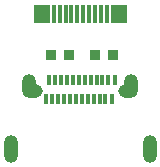
<source format=gts>
G04 #@! TF.FileFunction,Soldermask,Top*
%FSLAX45Y45*%
G04 Gerber Fmt 4.5, Leading zero omitted, Abs format (unit mm)*
G04 Created by KiCad (PCBNEW (2015-06-14 BZR 5747, Git dc9ebf3)-product) date 7/9/2015 01:47:13*
%MOMM*%
G01*
G04 APERTURE LIST*
%ADD10C,0.254000*%
%ADD11R,0.351600X1.601600*%
%ADD12R,1.351600X1.601600*%
%ADD13O,1.201600X2.001600*%
%ADD14O,1.201600X2.351600*%
%ADD15R,0.401600X0.951600*%
%ADD16R,0.351600X0.951600*%
%ADD17O,1.651600X1.201600*%
%ADD18R,0.901600X0.851600*%
G04 APERTURE END LIST*
D10*
D11*
X7395000Y-8078000D03*
X7445000Y-8078000D03*
X7495000Y-8078000D03*
X7545000Y-8078000D03*
X7595000Y-8078000D03*
X7645000Y-8078000D03*
X7695000Y-8078000D03*
X7745000Y-8078000D03*
X7795000Y-8078000D03*
X7845000Y-8078000D03*
D12*
X7945000Y-8078000D03*
X7295000Y-8078000D03*
D13*
X7188000Y-8693000D03*
D14*
X8207500Y-9225500D03*
D15*
X7357500Y-8640500D03*
D16*
X7407500Y-8640500D03*
X7457500Y-8640500D03*
X7507500Y-8640500D03*
X7557500Y-8640500D03*
X7607500Y-8640500D03*
X7657500Y-8640500D03*
X7707500Y-8640500D03*
X7757500Y-8640500D03*
X7807500Y-8640500D03*
X7857500Y-8640500D03*
D15*
X7910000Y-8640500D03*
X7885000Y-8800500D03*
D16*
X7832500Y-8800500D03*
X7782500Y-8800500D03*
X7732500Y-8800500D03*
X7682500Y-8800500D03*
X7632500Y-8800500D03*
X7582500Y-8800500D03*
X7532500Y-8800500D03*
X7482500Y-8800500D03*
X7432500Y-8800500D03*
X7382500Y-8800500D03*
D15*
X7330000Y-8800500D03*
D14*
X7032500Y-9225500D03*
D13*
X8052000Y-8693000D03*
D17*
X7220500Y-8733000D03*
X8019500Y-8733000D03*
D18*
X7745000Y-8428000D03*
X7895000Y-8428000D03*
X7525000Y-8428000D03*
X7375000Y-8428000D03*
M02*

</source>
